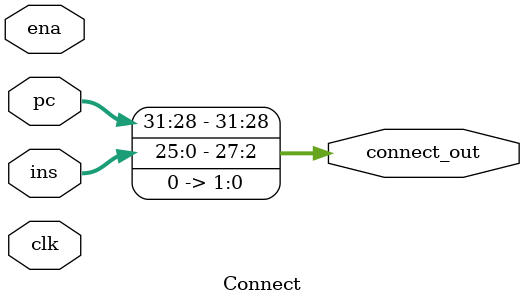
<source format=v>
`timescale 1ns / 1ps


module Connect(
    input clk,
    input ena,
    input [31:0]pc,
    input [31:0]ins,
    output [31:0]connect_out
    );

    assign connect_out = {pc[31:28],ins[25:0],2'b00};

endmodule

</source>
